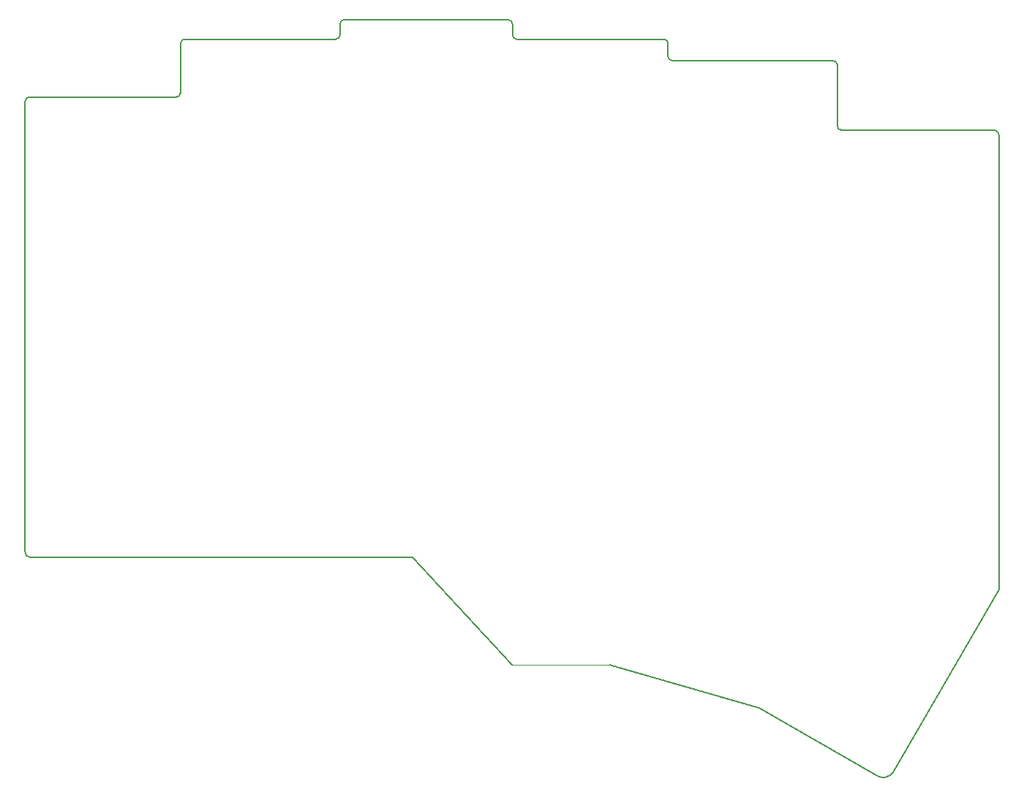
<source format=gbr>
%TF.GenerationSoftware,KiCad,Pcbnew,8.0.4*%
%TF.CreationDate,2024-09-02T16:23:26+07:00*%
%TF.ProjectId,cc36,63633336-2e6b-4696-9361-645f70636258,rev?*%
%TF.SameCoordinates,Original*%
%TF.FileFunction,Profile,NP*%
%FSLAX46Y46*%
G04 Gerber Fmt 4.6, Leading zero omitted, Abs format (unit mm)*
G04 Created by KiCad (PCBNEW 8.0.4) date 2024-09-02 16:23:26*
%MOMM*%
%LPD*%
G01*
G04 APERTURE LIST*
%TA.AperFunction,Profile*%
%ADD10C,0.100000*%
%TD*%
%TA.AperFunction,Profile*%
%ADD11C,0.150000*%
%TD*%
G04 APERTURE END LIST*
D10*
X131880000Y-121790000D02*
X143137193Y-121793148D01*
D11*
X169979643Y-59898708D02*
G75*
G02*
X169500976Y-59390020I20357J498708D01*
G01*
X93490480Y-55567980D02*
G75*
G02*
X92990480Y-56067980I-499980J-20D01*
G01*
X132414000Y-49372000D02*
G75*
G02*
X131914000Y-48872000I0J500000D01*
G01*
X131414000Y-47122000D02*
G75*
G02*
X131914000Y-47622000I0J-500000D01*
G01*
X75492000Y-108712000D02*
X75500000Y-56572000D01*
X93500000Y-49872000D02*
G75*
G02*
X94000000Y-49372000I500000J0D01*
G01*
X149424000Y-49372000D02*
X132414000Y-49372000D01*
X120342807Y-109396852D02*
X76099553Y-109366447D01*
X149424000Y-49372000D02*
G75*
G02*
X149924000Y-49872000I0J-500000D01*
G01*
X131414000Y-47122000D02*
X112454000Y-47122000D01*
X111454000Y-49372000D02*
X94000000Y-49372000D01*
X111954000Y-48872000D02*
G75*
G02*
X111454000Y-49372000I-500000J0D01*
G01*
X111954000Y-47622000D02*
X111954000Y-48872000D01*
X93500000Y-49872000D02*
X93490480Y-55567980D01*
X76099553Y-109366447D02*
G75*
G02*
X75492032Y-108712002I47J609247D01*
G01*
X169007887Y-51857980D02*
X150424000Y-51872000D01*
X143137193Y-121793148D02*
X160489000Y-126782000D01*
X120342807Y-109396852D02*
X131880000Y-121790000D01*
X92990480Y-56067980D02*
X76000000Y-56072000D01*
X75500000Y-56572000D02*
G75*
G02*
X76000000Y-56072000I500000J0D01*
G01*
X187740000Y-59898708D02*
G75*
G02*
X188240050Y-60551553I-176200J-652892D01*
G01*
X175974480Y-134227980D02*
X188224480Y-113047980D01*
X111954000Y-47622000D02*
G75*
G02*
X112454000Y-47122000I500000J0D01*
G01*
X187740000Y-59898708D02*
X169979643Y-59898708D01*
X149924000Y-51372000D02*
X149924000Y-49872000D01*
X188240000Y-60551553D02*
X188224480Y-113047980D01*
X175974480Y-134227980D02*
G75*
G02*
X174046489Y-134607439I-1152980J770480D01*
G01*
X150424000Y-51872000D02*
G75*
G02*
X149924000Y-51372000I0J500000D01*
G01*
X131914000Y-48872000D02*
X131914000Y-47622000D01*
X160489000Y-126782000D02*
X174046468Y-134607471D01*
X169497789Y-52258000D02*
X169500000Y-59390000D01*
X169007887Y-51857980D02*
G75*
G02*
X169497824Y-52257993I20J-500020D01*
G01*
M02*

</source>
